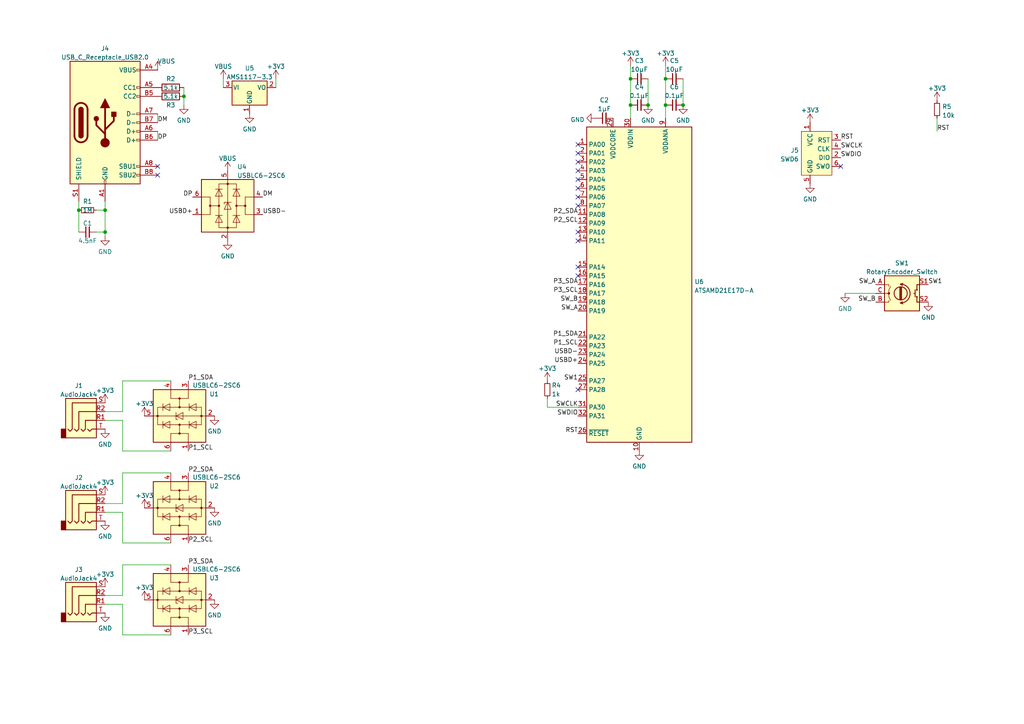
<source format=kicad_sch>
(kicad_sch (version 20211123) (generator eeschema)
  (paper "A4")
  (lib_symbols
    (symbol "Connector:AudioJack4"
      (property "Reference" "J" (at 0 8.89 0))
      (property "Value" "AudioJack4" (at 0 6.35 0))
      (symbol "AudioJack4_0_1"
        (rectangle (start -6.35 -5.08) (end -7.62 -7.62) (stroke (width 0.254)) (fill (type outline)))
        (polyline (pts (xy 0 -5.08) (xy 0.635 -5.715) (xy 1.27 -5.08) (xy 2.54 -5.08)) (stroke (width 0.254)))
        (polyline (pts (xy -5.715 -5.08) (xy -5.08 -5.715) (xy -4.445 -5.08) (xy -4.445 2.54) (xy 2.54 2.54)) (stroke (width 0.254)))
        (polyline (pts (xy -1.905 -5.08) (xy -1.27 -5.715) (xy -0.635 -5.08) (xy -0.635 -2.54) (xy 2.54 -2.54)) (stroke (width 0.254)))
        (polyline (pts (xy 2.54 0) (xy -2.54 0) (xy -2.54 -5.08) (xy -3.175 -5.715) (xy -3.81 -5.08)) (stroke (width 0.254)))
        (rectangle (start 2.54 3.81) (end -6.35 -7.62) (stroke (width 0.254)) (fill (type background)))
      )
      (symbol "AudioJack4_1_1"
        (pin passive line (at 5.08 -2.54 180) (length 2.54) (name "~") (number "R1"))
        (pin passive line (at 5.08 0 180) (length 2.54) (name "~") (number "R2"))
        (pin passive line (at 5.08 2.54 180) (length 2.54) (name "~") (number "S"))
        (pin passive line (at 5.08 -5.08 180) (length 2.54) (name "~") (number "T"))
      )
    )
    (symbol "Connector:USB_C_Receptacle_USB2.0" (pin_names (offset 1.016))
      (property "Reference" "J" (at -10.16 19.05 0))
      (property "Value" "USB_C_Receptacle_USB2.0" (at 19.05 19.05 0))
      (symbol "USB_C_Receptacle_USB2.0_0_0"
        (rectangle (start -0.254 -17.78) (end 0.254 -16.764))
        (rectangle (start 10.16 -14.986) (end 9.144 -15.494))
        (rectangle (start 10.16 -12.446) (end 9.144 -12.954))
        (rectangle (start 10.16 -4.826) (end 9.144 -5.334))
        (rectangle (start 10.16 -2.286) (end 9.144 -2.794))
        (rectangle (start 10.16 0.254) (end 9.144 -0.254))
        (rectangle (start 10.16 2.794) (end 9.144 2.286))
        (rectangle (start 10.16 7.874) (end 9.144 7.366))
        (rectangle (start 10.16 10.414) (end 9.144 9.906))
        (rectangle (start 10.16 15.494) (end 9.144 14.986))
      )
      (symbol "USB_C_Receptacle_USB2.0_0_1"
        (rectangle (start -10.16 17.78) (end 10.16 -17.78) (stroke (width 0.254)) (fill (type background)))
        (arc (start -8.89 -3.81) (mid -6.985 -5.715) (end -5.08 -3.81) (stroke (width 0.508)))
        (arc (start -7.62 -3.81) (mid -6.985 -4.445) (end -6.35 -3.81) (stroke (width 0.254)))
        (arc (start -7.62 -3.81) (mid -6.985 -4.445) (end -6.35 -3.81) (stroke (width 0.254)) (fill (type outline)))
        (rectangle (start -7.62 -3.81) (end -6.35 3.81) (stroke (width 0.254)) (fill (type outline)))
        (arc (start -6.35 3.81) (mid -6.985 4.445) (end -7.62 3.81) (stroke (width 0.254)))
        (arc (start -6.35 3.81) (mid -6.985 4.445) (end -7.62 3.81) (stroke (width 0.254)) (fill (type outline)))
        (arc (start -5.08 3.81) (mid -6.985 5.715) (end -8.89 3.81) (stroke (width 0.508)))
        (circle (center -2.54 1.143) (radius 0.635) (stroke (width 0.254)) (fill (type outline)))
        (circle (center 0 -5.842) (radius 1.27) (fill (type outline)))
        (polyline (pts (xy -8.89 -3.81) (xy -8.89 3.81)) (stroke (width 0.508)))
        (polyline (pts (xy -5.08 3.81) (xy -5.08 -3.81)) (stroke (width 0.508)))
        (polyline (pts (xy 0 -5.842) (xy 0 4.318)) (stroke (width 0.508)))
        (polyline (pts (xy 0 -3.302) (xy -2.54 -0.762) (xy -2.54 0.508)) (stroke (width 0.508)))
        (polyline (pts (xy 0 -2.032) (xy 2.54 0.508) (xy 2.54 1.778)) (stroke (width 0.508)))
        (polyline (pts (xy -1.27 4.318) (xy 0 6.858) (xy 1.27 4.318) (xy -1.27 4.318)) (stroke (width 0.254)) (fill (type outline)))
        (rectangle (start 1.905 1.778) (end 3.175 3.048) (stroke (width 0.254)) (fill (type outline)))
      )
      (symbol "USB_C_Receptacle_USB2.0_1_1"
        (pin passive line (at 0 -22.86 90) (length 5.08) (name "GND") (number "A1"))
        (pin passive line (at 0 -22.86 90) (length 5.08) hide (name "GND") (number "A12"))
        (pin passive line (at 15.24 15.24 180) (length 5.08) (name "VBUS") (number "A4"))
        (pin bidirectional line (at 15.24 10.16 180) (length 5.08) (name "CC1") (number "A5"))
        (pin bidirectional line (at 15.24 -2.54 180) (length 5.08) (name "D+") (number "A6"))
        (pin bidirectional line (at 15.24 2.54 180) (length 5.08) (name "D-") (number "A7"))
        (pin bidirectional line (at 15.24 -12.7 180) (length 5.08) (name "SBU1") (number "A8"))
        (pin passive line (at 15.24 15.24 180) (length 5.08) hide (name "VBUS") (number "A9"))
        (pin passive line (at 0 -22.86 90) (length 5.08) hide (name "GND") (number "B1"))
        (pin passive line (at 0 -22.86 90) (length 5.08) hide (name "GND") (number "B12"))
        (pin passive line (at 15.24 15.24 180) (length 5.08) hide (name "VBUS") (number "B4"))
        (pin bidirectional line (at 15.24 7.62 180) (length 5.08) (name "CC2") (number "B5"))
        (pin bidirectional line (at 15.24 -5.08 180) (length 5.08) (name "D+") (number "B6"))
        (pin bidirectional line (at 15.24 0 180) (length 5.08) (name "D-") (number "B7"))
        (pin bidirectional line (at 15.24 -15.24 180) (length 5.08) (name "SBU2") (number "B8"))
        (pin passive line (at 15.24 15.24 180) (length 5.08) hide (name "VBUS") (number "B9"))
        (pin passive line (at -7.62 -22.86 90) (length 5.08) (name "SHIELD") (number "S1"))
      )
    )
    (symbol "Device:C_Small" (pin_numbers hide) (pin_names (offset 0.254) hide)
      (property "Reference" "C" (at 0.254 1.778 0))
      (property "Value" "C_Small" (at 0.254 -2.032 0))
      (symbol "C_Small_0_1"
        (polyline (pts (xy -1.524 -0.508) (xy 1.524 -0.508)) (stroke (width 0.3302)))
        (polyline (pts (xy -1.524 0.508) (xy 1.524 0.508)) (stroke (width 0.3048)))
      )
      (symbol "C_Small_1_1"
        (pin passive line (at 0 2.54 270) (length 2.032) (name "~") (number "1"))
        (pin passive line (at 0 -2.54 90) (length 2.032) (name "~") (number "2"))
      )
    )
    (symbol "Device:R" (pin_numbers hide) (pin_names (offset 0))
      (property "Reference" "R" (at 2.032 0 90))
      (property "Value" "R" (at 0 0 90))
      (symbol "R_0_1"
        (rectangle (start -1.016 -2.54) (end 1.016 2.54) (stroke (width 0.254)))
      )
      (symbol "R_1_1"
        (pin passive line (at 0 3.81 270) (length 1.27) (name "~") (number "1"))
        (pin passive line (at 0 -3.81 90) (length 1.27) (name "~") (number "2"))
      )
    )
    (symbol "Device:R_Small" (pin_numbers hide) (pin_names (offset 0.254) hide)
      (property "Reference" "R" (at 0.762 0.508 0))
      (property "Value" "R_Small" (at 0.762 -1.016 0))
      (symbol "R_Small_0_1"
        (rectangle (start -0.762 1.778) (end 0.762 -1.778) (stroke (width 0.2032)))
      )
      (symbol "R_Small_1_1"
        (pin passive line (at 0 2.54 270) (length 0.762) (name "~") (number "1"))
        (pin passive line (at 0 -2.54 90) (length 0.762) (name "~") (number "2"))
      )
    )
    (symbol "Device:RotaryEncoder_Switch" (pin_names (offset 0.254) hide)
      (property "Reference" "SW" (at 0 6.604 0))
      (property "Value" "RotaryEncoder_Switch" (at 0 -6.604 0))
      (symbol "RotaryEncoder_Switch_0_1"
        (rectangle (start -5.08 5.08) (end 5.08 -5.08) (stroke (width 0.254)) (fill (type background)))
        (circle (center -3.81 0) (radius 0.254) (fill (type outline)))
        (arc (start -0.381 -2.794) (mid 2.3622 -0.0508) (end -0.381 2.667) (stroke (width 0.254)))
        (circle (center -0.381 0) (radius 1.905) (stroke (width 0.254)))
        (polyline (pts (xy -0.635 -1.778) (xy -0.635 1.778)) (stroke (width 0.254)))
        (polyline (pts (xy -0.381 -1.778) (xy -0.381 1.778)) (stroke (width 0.254)))
        (polyline (pts (xy -0.127 1.778) (xy -0.127 -1.778)) (stroke (width 0.254)))
        (polyline (pts (xy 3.81 0) (xy 3.429 0)) (stroke (width 0.254)))
        (polyline (pts (xy 3.81 1.016) (xy 3.81 -1.016)) (stroke (width 0.254)))
        (polyline (pts (xy -5.08 -2.54) (xy -3.81 -2.54) (xy -3.81 -2.032)))
        (polyline (pts (xy -5.08 2.54) (xy -3.81 2.54) (xy -3.81 2.032)))
        (polyline (pts (xy 0.254 -3.048) (xy -0.508 -2.794) (xy 0.127 -2.413)) (stroke (width 0.254)))
        (polyline (pts (xy 0.254 2.921) (xy -0.508 2.667) (xy 0.127 2.286)) (stroke (width 0.254)))
        (polyline (pts (xy 5.08 -2.54) (xy 4.318 -2.54) (xy 4.318 -1.016)) (stroke (width 0.254)))
        (polyline (pts (xy 5.08 2.54) (xy 4.318 2.54) (xy 4.318 1.016)) (stroke (width 0.254)))
        (polyline (pts (xy -5.08 0) (xy -3.81 0) (xy -3.81 -1.016) (xy -3.302 -2.032)))
        (polyline (pts (xy -4.318 0) (xy -3.81 0) (xy -3.81 1.016) (xy -3.302 2.032)))
        (circle (center 4.318 -1.016) (radius 0.127) (stroke (width 0.254)))
        (circle (center 4.318 1.016) (radius 0.127) (stroke (width 0.254)))
      )
      (symbol "RotaryEncoder_Switch_1_1"
        (pin passive line (at -7.62 2.54 0) (length 2.54) (name "A") (number "A"))
        (pin passive line (at -7.62 -2.54 0) (length 2.54) (name "B") (number "B"))
        (pin passive line (at -7.62 0 0) (length 2.54) (name "C") (number "C"))
        (pin passive line (at 7.62 2.54 180) (length 2.54) (name "S1") (number "S1"))
        (pin passive line (at 7.62 -2.54 180) (length 2.54) (name "S2") (number "S2"))
      )
    )
    (symbol "MCU_Microchip_SAMD:ATSAMD21E17D-A"
      (property "Reference" "U" (at -13.97 46.99 0))
      (property "Value" "ATSAMD21E17D-A" (at 16.51 46.99 0))
      (symbol "ATSAMD21E17D-A_1_1"
        (rectangle (start -15.24 45.72) (end 15.24 -45.72) (stroke (width 0.254)) (fill (type background)))
        (pin bidirectional line (at -17.78 40.64 0) (length 2.54) (name "PA00") (number "1"))
        (pin power_in line (at 0 -48.26 90) (length 2.54) (name "GND") (number "10"))
        (pin bidirectional line (at -17.78 20.32 0) (length 2.54) (name "PA08") (number "11"))
        (pin bidirectional line (at -17.78 17.78 0) (length 2.54) (name "PA09") (number "12"))
        (pin bidirectional line (at -17.78 15.24 0) (length 2.54) (name "PA10") (number "13"))
        (pin bidirectional line (at -17.78 12.7 0) (length 2.54) (name "PA11") (number "14"))
        (pin bidirectional line (at -17.78 5.08 0) (length 2.54) (name "PA14") (number "15"))
        (pin bidirectional line (at -17.78 2.54 0) (length 2.54) (name "PA15") (number "16"))
        (pin bidirectional line (at -17.78 0 0) (length 2.54) (name "PA16") (number "17"))
        (pin bidirectional line (at -17.78 -2.54 0) (length 2.54) (name "PA17") (number "18"))
        (pin bidirectional line (at -17.78 -5.08 0) (length 2.54) (name "PA18") (number "19"))
        (pin bidirectional line (at -17.78 38.1 0) (length 2.54) (name "PA01") (number "2"))
        (pin bidirectional line (at -17.78 -7.62 0) (length 2.54) (name "PA19") (number "20"))
        (pin bidirectional line (at -17.78 -15.24 0) (length 2.54) (name "PA22") (number "21"))
        (pin bidirectional line (at -17.78 -17.78 0) (length 2.54) (name "PA23") (number "22"))
        (pin bidirectional line (at -17.78 -20.32 0) (length 2.54) (name "PA24") (number "23"))
        (pin bidirectional line (at -17.78 -22.86 0) (length 2.54) (name "PA25") (number "24"))
        (pin bidirectional line (at -17.78 -27.94 0) (length 2.54) (name "PA27") (number "25"))
        (pin input line (at -17.78 -43.18 0) (length 2.54) (name "~{RESET}") (number "26"))
        (pin bidirectional line (at -17.78 -30.48 0) (length 2.54) (name "PA28") (number "27"))
        (pin passive line (at 0 -48.26 90) (length 2.54) hide (name "GND") (number "28"))
        (pin power_out line (at -7.62 48.26 270) (length 2.54) (name "VDDCORE") (number "29"))
        (pin bidirectional line (at -17.78 35.56 0) (length 2.54) (name "PA02") (number "3"))
        (pin power_in line (at -2.54 48.26 270) (length 2.54) (name "VDDIN") (number "30"))
        (pin bidirectional line (at -17.78 -35.56 0) (length 2.54) (name "PA30") (number "31"))
        (pin bidirectional line (at -17.78 -38.1 0) (length 2.54) (name "PA31") (number "32"))
        (pin bidirectional line (at -17.78 33.02 0) (length 2.54) (name "PA03") (number "4"))
        (pin bidirectional line (at -17.78 30.48 0) (length 2.54) (name "PA04") (number "5"))
        (pin bidirectional line (at -17.78 27.94 0) (length 2.54) (name "PA05") (number "6"))
        (pin bidirectional line (at -17.78 25.4 0) (length 2.54) (name "PA06") (number "7"))
        (pin bidirectional line (at -17.78 22.86 0) (length 2.54) (name "PA07") (number "8"))
        (pin power_in line (at 7.62 48.26 270) (length 2.54) (name "VDDANA") (number "9"))
      )
    )
    (symbol "Power_Protection:USBLC6-2SC6" (pin_names hide)
      (property "Reference" "U" (at 2.54 8.89 0))
      (property "Value" "USBLC6-2SC6" (at 2.54 -8.89 0))
      (symbol "USBLC6-2SC6_0_1"
        (rectangle (start -7.62 -7.62) (end 7.62 7.62) (stroke (width 0.254)) (fill (type background)))
        (circle (center -5.08 0) (radius 0.254) (fill (type outline)))
        (circle (center -2.54 0) (radius 0.254) (fill (type outline)))
        (rectangle (start -2.54 6.35) (end 2.54 -6.35))
        (circle (center 0 -6.35) (radius 0.254) (fill (type outline)))
        (polyline (pts (xy -5.08 -2.54) (xy -7.62 -2.54)))
        (polyline (pts (xy -5.08 0) (xy -5.08 -2.54)))
        (polyline (pts (xy -5.08 2.54) (xy -7.62 2.54)))
        (polyline (pts (xy -1.524 -2.794) (xy -3.556 -2.794)))
        (polyline (pts (xy -1.524 4.826) (xy -3.556 4.826)))
        (polyline (pts (xy 0 -7.62) (xy 0 -6.35)))
        (polyline (pts (xy 0 -6.35) (xy 0 1.27)))
        (polyline (pts (xy 0 1.27) (xy 0 6.35)))
        (polyline (pts (xy 0 6.35) (xy 0 7.62)))
        (polyline (pts (xy 1.524 -2.794) (xy 3.556 -2.794)))
        (polyline (pts (xy 1.524 4.826) (xy 3.556 4.826)))
        (polyline (pts (xy 5.08 -2.54) (xy 7.62 -2.54)))
        (polyline (pts (xy 5.08 0) (xy 5.08 -2.54)))
        (polyline (pts (xy 5.08 2.54) (xy 7.62 2.54)))
        (polyline (pts (xy -2.54 0) (xy -5.08 0) (xy -5.08 2.54)))
        (polyline (pts (xy 2.54 0) (xy 5.08 0) (xy 5.08 2.54)))
        (polyline (pts (xy -3.556 -4.826) (xy -1.524 -4.826) (xy -2.54 -2.794) (xy -3.556 -4.826)))
        (polyline (pts (xy -3.556 2.794) (xy -1.524 2.794) (xy -2.54 4.826) (xy -3.556 2.794)))
        (polyline (pts (xy -1.016 -1.016) (xy 1.016 -1.016) (xy 0 1.016) (xy -1.016 -1.016)))
        (polyline (pts (xy 1.016 1.016) (xy 0.762 1.016) (xy -1.016 1.016) (xy -1.016 0.508)))
        (polyline (pts (xy 3.556 -4.826) (xy 1.524 -4.826) (xy 2.54 -2.794) (xy 3.556 -4.826)))
        (polyline (pts (xy 3.556 2.794) (xy 1.524 2.794) (xy 2.54 4.826) (xy 3.556 2.794)))
        (circle (center 0 6.35) (radius 0.254) (fill (type outline)))
        (circle (center 2.54 0) (radius 0.254) (fill (type outline)))
        (circle (center 5.08 0) (radius 0.254) (fill (type outline)))
      )
      (symbol "USBLC6-2SC6_1_1"
        (pin passive line (at -10.16 -2.54 0) (length 2.54) (name "I/O1") (number "1"))
        (pin passive line (at 0 -10.16 90) (length 2.54) (name "GND") (number "2"))
        (pin passive line (at 10.16 -2.54 180) (length 2.54) (name "I/O2") (number "3"))
        (pin passive line (at 10.16 2.54 180) (length 2.54) (name "I/O2") (number "4"))
        (pin passive line (at 0 10.16 270) (length 2.54) (name "VBUS") (number "5"))
        (pin passive line (at -10.16 2.54 0) (length 2.54) (name "I/O1") (number "6"))
      )
    )
    (symbol "Regulator_Linear:AMS1117-3.3" (pin_names (offset 0.254))
      (property "Reference" "U" (at -3.81 3.175 0))
      (property "Value" "AMS1117-3.3" (at 0 3.175 0))
      (symbol "AMS1117-3.3_0_1"
        (rectangle (start -5.08 -5.08) (end 5.08 1.905) (stroke (width 0.254)) (fill (type background)))
      )
      (symbol "AMS1117-3.3_1_1"
        (pin power_in line (at 0 -7.62 90) (length 2.54) (name "GND") (number "1"))
        (pin power_out line (at 7.62 0 180) (length 2.54) (name "VO") (number "2"))
        (pin power_in line (at -7.62 0 0) (length 2.54) (name "VI") (number "3"))
      )
    )
    (symbol "power:+3V3" (power) (pin_names (offset 0))
      (property "Value" "+3V3" (at 0 3.556 0))
      (symbol "+3V3_0_1"
        (polyline (pts (xy -0.762 1.27) (xy 0 2.54)))
        (polyline (pts (xy 0 0) (xy 0 2.54)))
        (polyline (pts (xy 0 2.54) (xy 0.762 1.27)))
      )
      (symbol "+3V3_1_1"
        (pin power_in line (at 0 0 90) (length 0) hide (name "+3V3") (number "1"))
      )
    )
    (symbol "power:GND" (power) (pin_names (offset 0))
      (property "Value" "GND" (at 0 -3.81 0))
      (symbol "GND_0_1"
        (polyline (pts (xy 0 0) (xy 0 -1.27) (xy 1.27 -1.27) (xy 0 -2.54) (xy -1.27 -1.27) (xy 0 -1.27)))
      )
      (symbol "GND_1_1"
        (pin power_in line (at 0 0 270) (length 0) hide (name "GND") (number "1"))
      )
    )
    (symbol "power:VBUS" (power) (pin_names (offset 0))
      (property "Value" "VBUS" (at 0 3.81 0))
      (symbol "VBUS_0_1"
        (polyline (pts (xy -0.762 1.27) (xy 0 2.54)))
        (polyline (pts (xy 0 0) (xy 0 2.54)))
        (polyline (pts (xy 0 2.54) (xy 0.762 1.27)))
      )
      (symbol "VBUS_1_1"
        (pin power_in line (at 0 0 90) (length 0) hide (name "VBUS") (number "1"))
      )
    )
    (symbol "xenua:SWD6"
      (property "Reference" "J" (at 6.35 3.81 0))
      (property "Value" "SWD6" (at 6.35 1.27 0))
      (symbol "SWD6_0_1"
        (rectangle (start 0 0) (end 8.89 -12.7) (stroke (width 0.1524)) (fill (type background)))
      )
      (symbol "SWD6_1_1"
        (pin power_in line (at 2.54 2.54 270) (length 2.54) (name "VCC") (number "1"))
        (pin bidirectional line (at 11.43 -7.62 180) (length 2.54) (name "DIO") (number "2"))
        (pin input line (at 11.43 -2.54 180) (length 2.54) (name "RST") (number "3"))
        (pin input line (at 11.43 -5.08 180) (length 2.54) (name "CLK") (number "4"))
        (pin input line (at 2.54 -15.24 90) (length 2.54) (name "GND") (number "5"))
        (pin output line (at 11.43 -10.16 180) (length 2.54) (name "SWO") (number "6"))
      )
    )
  )
  (junction (at 182.88 22.86))
  (junction (at 30.48 60.96))
  (junction (at 198.12 30.48))
  (junction (at 22.86 60.96))
  (junction (at 187.96 30.48))
  (junction (at 193.04 22.86))
  (junction (at 30.48 67.31))
  (junction (at 53.34 27.94))
  (junction (at 182.88 30.48))
  (junction (at 193.04 30.48))
  (no_connect (at 167.64 113.03))
  (no_connect (at 167.64 57.15))
  (no_connect (at 167.64 59.69))
  (no_connect (at 167.64 67.31))
  (no_connect (at 167.64 69.85))
  (no_connect (at 243.84 48.26))
  (no_connect (at 167.64 77.47))
  (no_connect (at 167.64 80.01))
  (no_connect (at 45.72 48.26))
  (no_connect (at 45.72 50.8))
  (no_connect (at 167.64 52.07))
  (no_connect (at 167.64 54.61))
  (no_connect (at 167.64 41.91))
  (no_connect (at 167.64 44.45))
  (no_connect (at 167.64 46.99))
  (no_connect (at 167.64 49.53))
  (wire (pts (xy 35.56 172.72) (xy 30.48 172.72)))
  (wire (pts (xy 35.56 119.38) (xy 30.48 119.38)))
  (wire (pts (xy 45.72 33.02) (xy 45.72 35.56)))
  (wire (pts (xy 158.75 115.57) (xy 158.75 118.11)))
  (wire (pts (xy 22.86 58.42) (xy 22.86 60.96)))
  (wire (pts (xy 35.56 110.49) (xy 35.56 119.38)))
  (wire (pts (xy 187.96 22.86) (xy 187.96 30.48)))
  (wire (pts (xy 182.88 30.48) (xy 182.88 34.29)))
  (wire (pts (xy 158.75 118.11) (xy 167.64 118.11)))
  (wire (pts (xy 182.88 22.86) (xy 182.88 30.48)))
  (wire (pts (xy 198.12 22.86) (xy 198.12 30.48)))
  (wire (pts (xy 35.56 184.15) (xy 49.53 184.15)))
  (wire (pts (xy 35.56 146.05) (xy 30.48 146.05)))
  (wire (pts (xy 27.94 67.31) (xy 30.48 67.31)))
  (wire (pts (xy 35.56 157.48) (xy 49.53 157.48)))
  (wire (pts (xy 182.88 19.05) (xy 182.88 22.86)))
  (wire (pts (xy 30.48 121.92) (xy 35.56 121.92)))
  (wire (pts (xy 45.72 38.1) (xy 45.72 40.64)))
  (wire (pts (xy 30.48 175.26) (xy 35.56 175.26)))
  (wire (pts (xy 35.56 175.26) (xy 35.56 184.15)))
  (wire (pts (xy 245.11 85.09) (xy 254 85.09)))
  (wire (pts (xy 30.48 58.42) (xy 30.48 60.96)))
  (wire (pts (xy 27.94 60.96) (xy 30.48 60.96)))
  (wire (pts (xy 30.48 60.96) (xy 30.48 67.31)))
  (wire (pts (xy 53.34 25.4) (xy 53.34 27.94)))
  (wire (pts (xy 193.04 19.05) (xy 193.04 22.86)))
  (wire (pts (xy 30.48 148.59) (xy 35.56 148.59)))
  (wire (pts (xy 64.77 22.86) (xy 64.77 25.4)))
  (wire (pts (xy 49.53 137.16) (xy 35.56 137.16)))
  (wire (pts (xy 53.34 27.94) (xy 53.34 30.48)))
  (wire (pts (xy 35.56 121.92) (xy 35.56 130.81)))
  (wire (pts (xy 271.78 34.29) (xy 271.78 38.1)))
  (wire (pts (xy 35.56 148.59) (xy 35.56 157.48)))
  (wire (pts (xy 193.04 22.86) (xy 193.04 30.48)))
  (wire (pts (xy 193.04 30.48) (xy 193.04 34.29)))
  (wire (pts (xy 49.53 110.49) (xy 35.56 110.49)))
  (wire (pts (xy 35.56 130.81) (xy 49.53 130.81)))
  (wire (pts (xy 30.48 67.31) (xy 30.48 68.58)))
  (wire (pts (xy 80.01 22.86) (xy 80.01 25.4)))
  (wire (pts (xy 22.86 60.96) (xy 22.86 67.31)))
  (wire (pts (xy 49.53 163.83) (xy 35.56 163.83)))
  (wire (pts (xy 35.56 137.16) (xy 35.56 146.05)))
  (wire (pts (xy 35.56 163.83) (xy 35.56 172.72)))
  (label "SW1" (at 167.64 110.49 180))
  (label "SWDIO" (at 167.64 120.65 180))
  (label "SWCLK" (at 167.64 118.11 180))
  (label "P2_SCL" (at 167.64 64.77 180))
  (label "DP" (at 45.72 40.64 0))
  (label "DP" (at 55.88 57.15 180))
  (label "P3_SDA" (at 167.64 82.55 180))
  (label "USBD-" (at 167.64 102.87 180))
  (label "RST" (at 271.78 38.1 0))
  (label "RST" (at 243.84 40.64 0))
  (label "P2_SCL" (at 54.61 157.48 0))
  (label "USBD+" (at 55.88 62.23 180))
  (label "SWDIO" (at 243.84 45.72 0))
  (label "P1_SDA" (at 167.64 97.79 180))
  (label "SW_A" (at 167.64 90.17 180))
  (label "P3_SCL" (at 54.61 184.15 0))
  (label "USBD+" (at 167.64 105.41 180))
  (label "RST" (at 167.64 125.73 180))
  (label "P2_SDA" (at 167.64 62.23 180))
  (label "P3_SCL" (at 167.64 85.09 180))
  (label "P2_SDA" (at 54.61 137.16 0))
  (label "SW_B" (at 254 87.63 180))
  (label "P1_SCL" (at 54.61 130.81 0))
  (label "USBD-" (at 76.2 62.23 0))
  (label "P1_SCL" (at 167.64 100.33 180))
  (label "SW_B" (at 167.64 87.63 180))
  (label "DM" (at 45.72 35.56 0))
  (label "SWCLK" (at 243.84 43.18 0))
  (label "SW_A" (at 254 82.55 180))
  (label "DM" (at 76.2 57.15 0))
  (label "P1_SDA" (at 54.61 110.49 0))
  (label "P3_SDA" (at 54.61 163.83 0))
  (label "SW1" (at 269.24 82.55 0))
  (symbol (lib_id "power:+3V3") (at 30.48 143.51 0) (unit 1)
    (property "Reference" "#PWR0126" (effects hide))
    (property "Value" "+3V3" (at 30.48 139.9342 0))
  )
  (symbol (lib_id "Connector:AudioJack4") (at 25.4 119.38 0) (unit 1)
    (property "Reference" "J1" (at 22.86 111.8702 0))
    (property "Value" "AudioJack4" (at 22.86 114.4071 0))
    (property "Footprint" "pj320a:Jack_3.5mm_PJ320A_Horizontal" (effects hide))
  )
  (symbol (lib_id "Power_Protection:USBLC6-2SC6") (at 52.07 147.32 90) (unit 1)
    (property "Reference" "U2" (at 63.5 140.97 90) (effects (justify left)))
    (property "Value" "USBLC6-2SC6" (at 69.85 138.43 90) (effects (justify left)))
    (property "Footprint" "Package_TO_SOT_SMD:SOT-23-6" (effects hide))
    (property "Datasheet" "https://www.st.com/resource/en/datasheet/usblc6-2.pdf" (effects hide))
  )
  (symbol (lib_id "power:GND") (at 172.72 34.29 270) (unit 1)
    (property "Reference" "#PWR0112" (effects hide))
    (property "Value" "GND" (at 169.5451 34.7238 90) (effects (justify right)))
  )
  (symbol (lib_id "power:VBUS") (at 66.04 49.53 0) (unit 1)
    (property "Reference" "#PWR0106" (effects hide))
    (property "Value" "VBUS" (at 66.04 45.9542 0))
  )
  (symbol (lib_id "xenua:SWD6") (at 232.41 38.1 0) (unit 1)
    (property "Reference" "J5" (at 231.6989 43.6153 0) (effects (justify right)))
    (property "Value" "SWD6" (at 231.6989 46.1522 0) (effects (justify right)))
    (property "Footprint" "xenua:TC2030" (effects hide))
  )
  (symbol (lib_id "power:GND") (at 66.04 69.85 0) (unit 1)
    (property "Reference" "#PWR0120" (effects hide))
    (property "Value" "GND" (at 66.04 74.2934 0))
  )
  (symbol (lib_id "Device:R_Small") (at 25.4 60.96 90) (unit 1)
    (property "Reference" "R1" (at 25.4 58.42 90))
    (property "Value" "1M" (at 25.4 60.96 90))
    (property "Footprint" "Resistor_SMD:R_0402_1005Metric_Pad0.72x0.64mm_HandSolder" (effects hide))
  )
  (symbol (lib_id "power:GND") (at 269.24 87.63 0) (unit 1)
    (property "Reference" "#PWR0114" (effects hide))
    (property "Value" "GND" (at 269.24 92.0734 0))
  )
  (symbol (lib_id "power:+3V3") (at 30.48 170.18 0) (unit 1)
    (property "Reference" "#PWR0127" (effects hide))
    (property "Value" "+3V3" (at 30.48 166.6042 0))
  )
  (symbol (lib_id "power:GND") (at 62.23 147.32 0) (unit 1)
    (property "Reference" "#PWR0131" (effects hide))
    (property "Value" "GND" (at 62.23 151.7634 0))
  )
  (symbol (lib_id "MCU_Microchip_SAMD:ATSAMD21E17D-A") (at 185.42 82.55 0) (unit 1)
    (property "Reference" "U6" (at 201.422 81.7153 0) (effects (justify left)))
    (property "Value" "ATSAMD21E17D-A" (at 201.422 84.2522 0) (effects (justify left)))
    (property "Footprint" "Package_QFP:TQFP-32_7x7mm_P0.8mm" (effects hide))
    (property "Datasheet" "http://ww1.microchip.com/downloads/en/DeviceDoc/SAM_D21_DA1_Family_Data%20Sheet_DS40001882E.pdf" (effects hide))
  )
  (symbol (lib_id "Device:R_Small") (at 271.78 31.75 180) (unit 1)
    (property "Reference" "R5" (at 273.2786 30.9153 0) (effects (justify right)))
    (property "Value" "10k" (at 273.2786 33.4522 0) (effects (justify right)))
    (property "Footprint" "Resistor_SMD:R_0402_1005Metric_Pad0.72x0.64mm_HandSolder" (effects hide))
  )
  (symbol (lib_id "Device:C_Small") (at 195.58 30.48 90) (unit 1)
    (property "Reference" "C6" (at 195.5863 25.2181 90))
    (property "Value" "0.1µF" (at 195.5863 27.755 90))
    (property "Footprint" "Capacitor_SMD:C_0603_1608Metric_Pad1.08x0.95mm_HandSolder" (effects hide))
  )
  (symbol (lib_id "Device:R_Small") (at 158.75 113.03 0) (unit 1)
    (property "Reference" "R4" (at 160.02 111.76 0) (effects (justify left)))
    (property "Value" "1k" (at 160.02 114.3 0) (effects (justify left)))
    (property "Footprint" "Resistor_SMD:R_0402_1005Metric_Pad0.72x0.64mm_HandSolder" (effects hide))
  )
  (symbol (lib_id "Power_Protection:USBLC6-2SC6") (at 52.07 173.99 90) (unit 1)
    (property "Reference" "U3" (at 63.5 167.64 90) (effects (justify left)))
    (property "Value" "USBLC6-2SC6" (at 69.85 165.1 90) (effects (justify left)))
    (property "Footprint" "Package_TO_SOT_SMD:SOT-23-6" (effects hide))
    (property "Datasheet" "https://www.st.com/resource/en/datasheet/usblc6-2.pdf" (effects hide))
  )
  (symbol (lib_id "power:+3V3") (at 234.95 35.56 0) (unit 1)
    (property "Reference" "#PWR0110" (effects hide))
    (property "Value" "+3V3" (at 234.95 31.9555 0))
  )
  (symbol (lib_id "power:+3V3") (at 80.01 22.86 0) (unit 1)
    (property "Reference" "#PWR0104" (effects hide))
    (property "Value" "+3V3" (at 80.01 19.2842 0))
  )
  (symbol (lib_id "Power_Protection:USBLC6-2SC6") (at 66.04 59.69 0) (unit 1)
    (property "Reference" "U4" (at 68.8087 48.3702 0) (effects (justify left)))
    (property "Value" "USBLC6-2SC6" (at 68.8087 50.9071 0) (effects (justify left)))
    (property "Footprint" "Package_TO_SOT_SMD:SOT-23-6" (effects hide))
    (property "Datasheet" "https://www.st.com/resource/en/datasheet/usblc6-2.pdf" (effects hide))
  )
  (symbol (lib_id "power:GND") (at 30.48 151.13 0) (unit 1)
    (property "Reference" "#PWR0125" (effects hide))
    (property "Value" "GND" (at 30.48 155.5734 0))
  )
  (symbol (lib_id "Device:R") (at 49.53 25.4 90) (unit 1)
    (property "Reference" "R2" (at 49.53 22.86 90))
    (property "Value" "5.1k" (at 49.53 25.4 90))
    (property "Footprint" "Resistor_SMD:R_0402_1005Metric_Pad0.72x0.64mm_HandSolder" (effects hide))
  )
  (symbol (lib_id "power:+3V3") (at 41.91 120.65 0) (unit 1)
    (property "Reference" "#PWR0123" (effects hide))
    (property "Value" "+3V3" (at 41.91 117.0742 0))
  )
  (symbol (lib_id "power:GND") (at 30.48 68.58 0) (unit 1)
    (property "Reference" "#PWR0119" (effects hide))
    (property "Value" "GND" (at 30.48 73.0234 0))
  )
  (symbol (lib_id "Device:RotaryEncoder_Switch") (at 261.62 85.09 0) (unit 1)
    (property "Reference" "SW1" (at 261.62 76.3102 0))
    (property "Value" "RotaryEncoder_Switch" (at 261.62 78.8471 0))
    (property "Footprint" "xenua:EVQWGD001" (effects hide))
  )
  (symbol (lib_id "power:+3V3") (at 182.88 19.05 0) (unit 1)
    (property "Reference" "#PWR0111" (effects hide))
    (property "Value" "+3V3" (at 182.88 15.4742 0))
  )
  (symbol (lib_id "Connector:AudioJack4") (at 25.4 146.05 0) (unit 1)
    (property "Reference" "J2" (at 22.86 138.5402 0))
    (property "Value" "AudioJack4" (at 22.86 141.0771 0))
    (property "Footprint" "pj320a:Jack_3.5mm_PJ320A_Horizontal" (effects hide))
  )
  (symbol (lib_id "power:+3V3") (at 271.78 29.21 0) (unit 1)
    (property "Reference" "#PWR0109" (effects hide))
    (property "Value" "+3V3" (at 271.78 25.6342 0))
  )
  (symbol (lib_id "Device:R") (at 49.53 27.94 270) (unit 1)
    (property "Reference" "R3" (at 49.53 30.48 90))
    (property "Value" "5.1k" (at 49.53 27.94 90))
    (property "Footprint" "Resistor_SMD:R_0402_1005Metric_Pad0.72x0.64mm_HandSolder" (effects hide))
  )
  (symbol (lib_id "power:GND") (at 62.23 120.65 0) (unit 1)
    (property "Reference" "#PWR0124" (effects hide))
    (property "Value" "GND" (at 62.23 125.0934 0))
  )
  (symbol (lib_id "power:VBUS") (at 45.72 20.32 0) (unit 1)
    (property "Reference" "#PWR0102" (effects hide))
    (property "Value" "VBUS" (at 48.26 17.78 0))
  )
  (symbol (lib_id "power:+3V3") (at 193.04 19.05 0) (unit 1)
    (property "Reference" "#PWR0107" (effects hide))
    (property "Value" "+3V3" (at 193.04 15.4742 0))
  )
  (symbol (lib_id "power:GND") (at 185.42 130.81 0) (unit 1)
    (property "Reference" "#PWR0117" (effects hide))
    (property "Value" "GND" (at 185.42 135.2534 0))
  )
  (symbol (lib_id "Device:C_Small") (at 175.26 34.29 90) (unit 1)
    (property "Reference" "C2" (at 175.2663 29.0281 90))
    (property "Value" "1µF" (at 175.2663 31.565 90))
    (property "Footprint" "Capacitor_SMD:C_0603_1608Metric_Pad1.08x0.95mm_HandSolder" (effects hide))
  )
  (symbol (lib_id "power:GND") (at 187.96 30.48 0) (unit 1)
    (property "Reference" "#PWR0116" (effects hide))
    (property "Value" "GND" (at 187.96 34.9234 0))
  )
  (symbol (lib_id "Device:C_Small") (at 185.42 30.48 90) (unit 1)
    (property "Reference" "C4" (at 185.4263 25.2181 90))
    (property "Value" "0.1µF" (at 185.4263 27.755 90))
    (property "Footprint" "Capacitor_SMD:C_0603_1608Metric_Pad1.08x0.95mm_HandSolder" (effects hide))
  )
  (symbol (lib_id "Regulator_Linear:AMS1117-3.3") (at 72.39 25.4 0) (unit 1)
    (property "Reference" "U5" (at 72.39 19.7952 0))
    (property "Value" "AMS1117-3.3" (at 72.39 22.3321 0))
    (property "Footprint" "Package_TO_SOT_SMD:SOT-223-3_TabPin2" (effects hide))
    (property "Datasheet" "http://www.advanced-monolithic.com/pdf/ds1117.pdf" (effects hide))
  )
  (symbol (lib_id "Device:C_Small") (at 25.4 67.31 90) (unit 1)
    (property "Reference" "C1" (at 25.4 64.77 90))
    (property "Value" "4.5nF" (at 25.4 69.85 90))
    (property "Footprint" "Capacitor_SMD:C_0603_1608Metric_Pad1.08x0.95mm_HandSolder" (effects hide))
  )
  (symbol (lib_id "power:+3V3") (at 41.91 147.32 0) (unit 1)
    (property "Reference" "#PWR0130" (effects hide))
    (property "Value" "+3V3" (at 41.91 143.7442 0))
  )
  (symbol (lib_id "power:GND") (at 234.95 53.34 0) (unit 1)
    (property "Reference" "#PWR0108" (effects hide))
    (property "Value" "GND" (at 234.95 57.7834 0))
  )
  (symbol (lib_id "Connector:USB_C_Receptacle_USB2.0") (at 30.48 35.56 0) (unit 1)
    (property "Reference" "J4" (at 30.48 14.0802 0))
    (property "Value" "USB_C_Receptacle_USB2.0" (at 30.48 16.6171 0))
    (property "Footprint" "xenua:USB_C_Receptacle_GCT_USB4510" (effects hide))
    (property "Datasheet" "https://www.usb.org/sites/default/files/documents/usb_type-c.zip" (effects hide))
  )
  (symbol (lib_id "power:GND") (at 30.48 177.8 0) (unit 1)
    (property "Reference" "#PWR0132" (effects hide))
    (property "Value" "GND" (at 30.48 182.2434 0))
  )
  (symbol (lib_id "power:GND") (at 30.48 124.46 0) (unit 1)
    (property "Reference" "#PWR0122" (effects hide))
    (property "Value" "GND" (at 30.48 128.9034 0))
  )
  (symbol (lib_id "power:+3V3") (at 30.48 116.84 0) (unit 1)
    (property "Reference" "#PWR0121" (effects hide))
    (property "Value" "+3V3" (at 30.48 113.2642 0))
  )
  (symbol (lib_id "power:GND") (at 245.11 85.09 0) (unit 1)
    (property "Reference" "#PWR0113" (effects hide))
    (property "Value" "GND" (at 245.11 89.5334 0))
  )
  (symbol (lib_id "power:GND") (at 53.34 30.48 0) (unit 1)
    (property "Reference" "#PWR0101" (effects hide))
    (property "Value" "GND" (at 53.34 34.9234 0))
  )
  (symbol (lib_id "Device:C_Small") (at 185.42 22.86 90) (unit 1)
    (property "Reference" "C3" (at 185.4263 17.5981 90))
    (property "Value" "10µF" (at 185.4263 20.135 90))
    (property "Footprint" "Capacitor_SMD:C_0603_1608Metric_Pad1.08x0.95mm_HandSolder" (effects hide))
  )
  (symbol (lib_id "power:+3V3") (at 158.75 110.49 0) (unit 1)
    (property "Reference" "#PWR0118" (effects hide))
    (property "Value" "+3V3" (at 158.75 106.8855 0))
  )
  (symbol (lib_id "Device:C_Small") (at 195.58 22.86 90) (unit 1)
    (property "Reference" "C5" (at 195.5863 17.5981 90))
    (property "Value" "10µF" (at 195.5863 20.135 90))
    (property "Footprint" "Capacitor_SMD:C_0603_1608Metric_Pad1.08x0.95mm_HandSolder" (effects hide))
  )
  (symbol (lib_id "power:GND") (at 72.39 33.02 0) (unit 1)
    (property "Reference" "#PWR0105" (effects hide))
    (property "Value" "GND" (at 72.39 37.4634 0))
  )
  (symbol (lib_id "Connector:AudioJack4") (at 25.4 172.72 0) (unit 1)
    (property "Reference" "J3" (at 22.86 165.2102 0))
    (property "Value" "AudioJack4" (at 22.86 167.7471 0))
    (property "Footprint" "pj320a:Jack_3.5mm_PJ320A_Horizontal" (effects hide))
  )
  (symbol (lib_id "power:+3V3") (at 41.91 173.99 0) (unit 1)
    (property "Reference" "#PWR0128" (effects hide))
    (property "Value" "+3V3" (at 41.91 170.4142 0))
  )
  (symbol (lib_id "power:GND") (at 198.12 30.48 0) (unit 1)
    (property "Reference" "#PWR0115" (effects hide))
    (property "Value" "GND" (at 198.12 34.9234 0))
  )
  (symbol (lib_id "power:GND") (at 62.23 173.99 0) (unit 1)
    (property "Reference" "#PWR0129" (effects hide))
    (property "Value" "GND" (at 62.23 178.4334 0))
  )
  (symbol (lib_id "Power_Protection:USBLC6-2SC6") (at 52.07 120.65 90) (unit 1)
    (property "Reference" "U1" (at 63.5 114.3 90) (effects (justify left)))
    (property "Value" "USBLC6-2SC6" (at 69.85 111.76 90) (effects (justify left)))
    (property "Footprint" "Package_TO_SOT_SMD:SOT-23-6" (effects hide))
    (property "Datasheet" "https://www.st.com/resource/en/datasheet/usblc6-2.pdf" (effects hide))
  )
  (symbol (lib_id "power:VBUS") (at 64.77 22.86 0) (unit 1)
    (property "Reference" "#PWR0103" (effects hide))
    (property "Value" "VBUS" (at 64.77 19.2842 0))
  )
)
</source>
